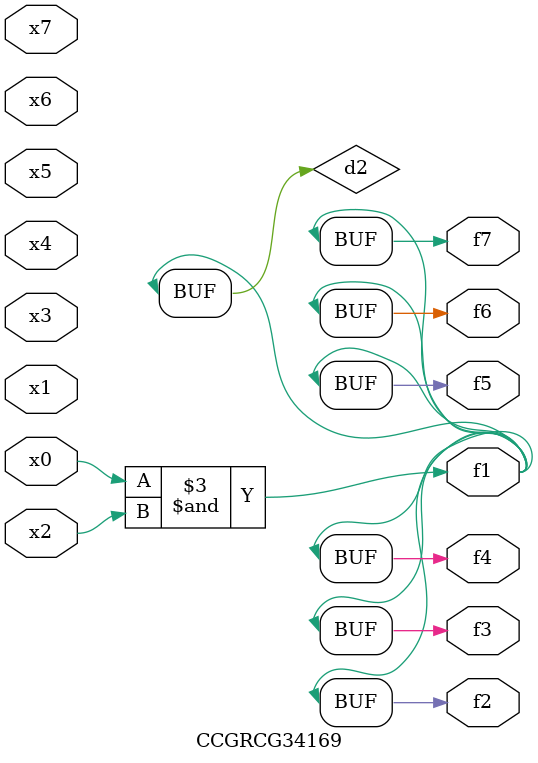
<source format=v>
module CCGRCG34169(
	input x0, x1, x2, x3, x4, x5, x6, x7,
	output f1, f2, f3, f4, f5, f6, f7
);

	wire d1, d2;

	nor (d1, x3, x6);
	and (d2, x0, x2);
	assign f1 = d2;
	assign f2 = d2;
	assign f3 = d2;
	assign f4 = d2;
	assign f5 = d2;
	assign f6 = d2;
	assign f7 = d2;
endmodule

</source>
